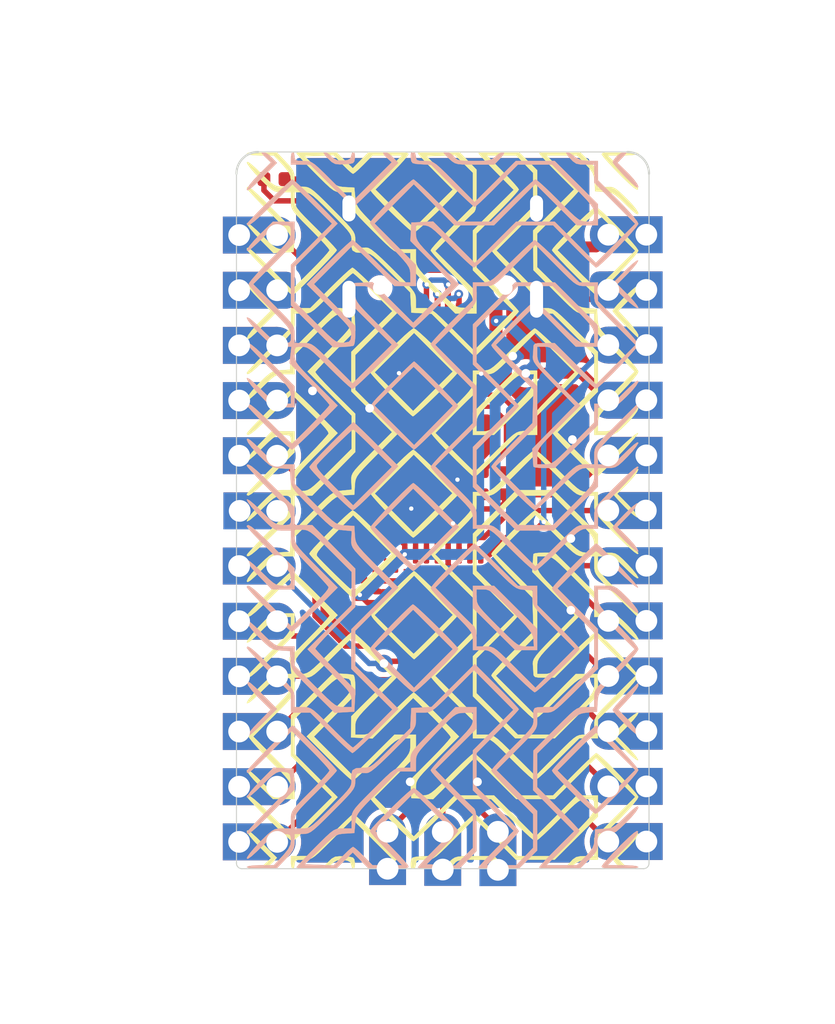
<source format=kicad_pcb>
(kicad_pcb (version 20171130) (host pcbnew 5.1.9+dfsg1-1)
  (layers (0 F.Cu signal) (31 B.Cu signal) (34 B.Paste user) (35 F.Paste user) (36 B.SilkS user hide) (37 F.SilkS user hide) (38 B.Mask user) (39 F.Mask user) (44 Edge.Cuts user))
  (net 0 "")
  (net 1 GND)
  (net 2 VBUS)
  (net 3 "Net-(C2-Pad1)")
  (net 4 "Net-(R1-Pad2)")
  (net 5 "Net-(R2-Pad2)")
  (net 6 USB_D+)
  (net 7 "Net-(R3-Pad1)")
  (net 8 USB_D-)
  (net 9 "Net-(R4-Pad1)")
  (net 10 PC4)
  (net 11 PC5)
  (net 12 PC6)
  (net 13 PC7)
  (net 14 PB7)
  (net 15 PB6)
  (net 16 PB5)
  (net 17 PB4)
  (net 18 PB0)
  (net 19 PD7)
  (net 20 PD6)
  (net 21 PD5)
  (net 22 PD4)
  (net 23 PD3)
  (net 24 PD2)
  (net 25 PD1)
  (net 26 PD0)
  (net 27 PC2)
  (net 28 XTAL1)
  (net 29 PC1)
  (net 30 PB3)
  (net 31 PB2)
  (net 32 PB1)
  (net 33 "Net-(D1-Pad2)")
  (net 34 XTAL2)
  (net 35 "Net-(USB1-Pad3)")
  (net 36 "Net-(USB1-Pad9)")
  (module kikit:Tab (layer F.Cu) (at 137.45 60.7 270)
    (fp_text reference REF** hide)
    (fp_text value Tab)
  )
  (module kikit:Tab (layer F.Cu) (at 126.7 60.7 270)
    (fp_text reference REF** hide)
    (fp_text value Tab)
  )
  (module kikit:Tab (layer F.Cu) (at 137.45 94.25 90)
    (fp_text reference REF** hide)
    (fp_text value Tab)
  )
  (module kikit:Tab (layer F.Cu) (at 126.7 94.25 90)
    (fp_text reference REF** hide)
    (fp_text value Tab)
  )
  (module customheaders:PinHeader_1x12_P2.54mm_Vertical_modified_right (layer F.Cu) (at 124.375 64.825)
    (fp_text reference J1)
    (fp_text value Conn_01x12)
    (pad 12 thru_hole rect (at -1.7526 27.94) (size 2.5 1.7) (drill 1 (offset 0.5 0)) (layers *.Cu *.Mask) (net 18 PB0))
    (pad 11 thru_hole rect (at -1.7526 25.4) (size 2.5 1.7) (drill 1 (offset 0.5 0)) (layers *.Cu *.Mask) (net 19 PD7))
    (pad 10 thru_hole rect (at -1.7526 22.86) (size 2.5 1.7) (drill 1 (offset 0.5 0)) (layers *.Cu *.Mask) (net 20 PD6))
    (pad 9 thru_hole rect (at -1.7526 20.32) (size 2.5 1.7) (drill 1 (offset 0.5 0)) (layers *.Cu *.Mask) (net 21 PD5))
    (pad 8 thru_hole rect (at -1.7526 17.78) (size 2.5 1.7) (drill 1 (offset 0.5 0)) (layers *.Cu *.Mask) (net 22 PD4))
    (pad 7 thru_hole rect (at -1.7526 15.24) (size 2.5 1.7) (drill 1 (offset 0.5 0)) (layers *.Cu *.Mask) (net 23 PD3))
    (pad 6 thru_hole rect (at -1.7272 12.7) (size 2.5 1.7) (drill 1 (offset 0.5 0)) (layers *.Cu *.Mask) (net 24 PD2))
    (pad 5 thru_hole rect (at -1.75 10.16) (size 2.5 1.7) (drill 1 (offset 0.5 0)) (layers *.Cu *.Mask) (net 25 PD1))
    (pad 4 thru_hole rect (at -1.75 7.62) (size 2.5 1.7) (drill 1 (offset 0.5 0)) (layers *.Cu *.Mask) (net 1 GND))
    (pad 3 thru_hole rect (at -1.75 5.08) (size 2.5 1.7) (drill 1 (offset 0.5 0)) (layers *.Cu *.Mask) (net 1 GND))
    (pad 2 thru_hole rect (at -1.75 2.54) (size 2.5 1.7) (drill 1 (offset 0.5 0)) (layers *.Cu *.Mask) (net 26 PD0))
    (pad 1 thru_hole rect (at -1.75 0) (size 2.5 1.7) (drill 1 (offset 0.5 0)) (layers *.Cu *.Mask) (net 27 PC2))
    (pad 1 thru_hole oval (at 0 0) (size 1.7 1.7) (drill 1) (layers *.Cu *.Mask) (net 27 PC2))
    (pad 2 thru_hole roundrect (at 0 2.54) (size 1.7 1.7) (drill 1) (layers *.Cu *.Mask) (net 26 PD0))
    (pad 3 thru_hole oval (at 0 5.08) (size 1.7 1.7) (drill 1) (layers *.Cu *.Mask) (net 1 GND))
    (pad 4 thru_hole oval (at 0 7.62) (size 1.7 1.7) (drill 1) (layers *.Cu *.Mask) (net 1 GND))
    (pad 5 thru_hole oval (at 0 10.16) (size 1.7 1.7) (drill 1) (layers *.Cu *.Mask) (net 25 PD1))
    (pad 6 thru_hole oval (at 0 12.7) (size 1.7 1.7) (drill 1) (layers *.Cu *.Mask) (net 24 PD2))
    (pad 7 thru_hole oval (at 0 15.24) (size 1.7 1.7) (drill 1) (layers *.Cu *.Mask) (net 23 PD3))
    (pad 8 thru_hole oval (at 0 17.78) (size 1.7 1.7) (drill 1) (layers *.Cu *.Mask) (net 22 PD4))
    (pad 9 thru_hole oval (at 0 20.32) (size 1.7 1.7) (drill 1) (layers *.Cu *.Mask) (net 21 PD5))
    (pad 10 thru_hole oval (at 0 22.86) (size 1.7 1.7) (drill 1) (layers *.Cu *.Mask) (net 20 PD6))
    (pad 11 thru_hole oval (at 0 25.4) (size 1.7 1.7) (drill 1) (layers *.Cu *.Mask) (net 19 PD7))
    (pad 12 thru_hole oval (at 0 27.94) (size 1.7 1.7) (drill 1) (layers *.Cu *.Mask) (net 18 PB0))
  )
  (module customheaders:PinHeader_1x12_P2.54mm_Vertical_modified_right (layer B.Cu) (at 139.625 64.81 180)
    (fp_text reference J2)
    (fp_text value Conn_01x12)
    (pad 12 thru_hole rect (at -1.7526 -27.94 180) (size 2.5 1.7) (drill 1 (offset 0.5 0)) (layers *.Cu *.Mask) (net 17 PB4))
    (pad 11 thru_hole rect (at -1.7526 -25.4 180) (size 2.5 1.7) (drill 1 (offset 0.5 0)) (layers *.Cu *.Mask) (net 16 PB5))
    (pad 10 thru_hole rect (at -1.7526 -22.86 180) (size 2.5 1.7) (drill 1 (offset 0.5 0)) (layers *.Cu *.Mask) (net 15 PB6))
    (pad 9 thru_hole rect (at -1.7526 -20.32 180) (size 2.5 1.7) (drill 1 (offset 0.5 0)) (layers *.Cu *.Mask) (net 14 PB7))
    (pad 8 thru_hole rect (at -1.7526 -17.78 180) (size 2.5 1.7) (drill 1 (offset 0.5 0)) (layers *.Cu *.Mask) (net 13 PC7))
    (pad 7 thru_hole rect (at -1.7526 -15.24 180) (size 2.5 1.7) (drill 1 (offset 0.5 0)) (layers *.Cu *.Mask) (net 12 PC6))
    (pad 6 thru_hole rect (at -1.7272 -12.7 180) (size 2.5 1.7) (drill 1 (offset 0.5 0)) (layers *.Cu *.Mask) (net 11 PC5))
    (pad 5 thru_hole rect (at -1.75 -10.16 180) (size 2.5 1.7) (drill 1 (offset 0.5 0)) (layers *.Cu *.Mask) (net 10 PC4))
    (pad 4 thru_hole rect (at -1.75 -7.62 180) (size 2.5 1.7) (drill 1 (offset 0.5 0)) (layers *.Cu *.Mask) (net 2 VBUS))
    (pad 3 thru_hole rect (at -1.75 -5.08 180) (size 2.5 1.7) (drill 1 (offset 0.5 0)) (layers *.Cu *.Mask) (net 29 PC1))
    (pad 2 thru_hole rect (at -1.75 -2.54 180) (size 2.5 1.7) (drill 1 (offset 0.5 0)) (layers *.Cu *.Mask) (net 1 GND))
    (pad 1 thru_hole rect (at -1.75 0 180) (size 2.5 1.7) (drill 1 (offset 0.5 0)) (layers *.Cu *.Mask) (net 2 VBUS))
    (pad 1 thru_hole oval (at 0 0 180) (size 1.7 1.7) (drill 1) (layers *.Cu *.Mask) (net 2 VBUS))
    (pad 2 thru_hole roundrect (at 0 -2.54 180) (size 1.7 1.7) (drill 1) (layers *.Cu *.Mask) (net 1 GND))
    (pad 3 thru_hole oval (at 0 -5.08 180) (size 1.7 1.7) (drill 1) (layers *.Cu *.Mask) (net 29 PC1))
    (pad 4 thru_hole oval (at 0 -7.62 180) (size 1.7 1.7) (drill 1) (layers *.Cu *.Mask) (net 2 VBUS))
    (pad 5 thru_hole oval (at 0 -10.16 180) (size 1.7 1.7) (drill 1) (layers *.Cu *.Mask) (net 10 PC4))
    (pad 6 thru_hole oval (at 0 -12.7 180) (size 1.7 1.7) (drill 1) (layers *.Cu *.Mask) (net 11 PC5))
    (pad 7 thru_hole oval (at 0 -15.24 180) (size 1.7 1.7) (drill 1) (layers *.Cu *.Mask) (net 12 PC6))
    (pad 8 thru_hole oval (at 0 -17.78 180) (size 1.7 1.7) (drill 1) (layers *.Cu *.Mask) (net 13 PC7))
    (pad 9 thru_hole oval (at 0 -20.32 180) (size 1.7 1.7) (drill 1) (layers *.Cu *.Mask) (net 14 PB7))
    (pad 10 thru_hole oval (at 0 -22.86 180) (size 1.7 1.7) (drill 1) (layers *.Cu *.Mask) (net 15 PB6))
    (pad 11 thru_hole oval (at 0 -25.4 180) (size 1.7 1.7) (drill 1) (layers *.Cu *.Mask) (net 16 PB5))
    (pad 12 thru_hole oval (at 0 -27.94 180) (size 1.7 1.7) (drill 1) (layers *.Cu *.Mask) (net 17 PB4))
  )
  (module Connector_PinHeader_2.54mm:PinHeader_1x03_P2.54mm_Vertical (layer F.Cu) (at 129.46 92.3 90)
    (fp_text reference J3)
    (fp_text value Conn_01x03)
    (pad 3 thru_hole oval (at 0 5.08 90) (size 1.7 1.7) (drill 1) (layers *.Cu *.Mask) (net 30 PB3))
    (pad 2 thru_hole oval (at 0 2.54 90) (size 1.7 1.7) (drill 1) (layers *.Cu *.Mask) (net 31 PB2))
    (pad 1 thru_hole circle (at 0 0 90) (size 1.7 1.7) (drill 1) (layers *.Cu *.Mask) (net 32 PB1))
    (pad 1 thru_hole rect (at -1.7018 0 90) (size 2.5 1.7) (drill 1 (offset 0.5 0)) (layers *.Cu *.Mask) (net 32 PB1))
    (pad 2 thru_hole rect (at -1.7399 2.54 90) (size 2.5 1.7) (drill 1 (offset 0.5 0)) (layers *.Cu *.Mask) (net 31 PB2))
    (pad 3 thru_hole rect (at -1.7526 5.08 90) (size 2.5 1.7) (drill 1 (offset 0.5 0)) (layers *.Cu *.Mask) (net 30 PB3))
  )
  (module Graphic:Geopattern (layer B.Cu) (at 131.95 77.5)
    (fp_text reference G*** hide)
    (fp_text value LOGO hide)
  )
  (module Graphic:Geopattern (layer F.Cu) (at 131.95 77.5)
    (fp_text reference G*** hide)
    (fp_text value LOGO hide)
  )
  (module Crystal:Crystal_SMD_3225-4Pin_3.2x2.5mm (layer F.Cu) (at 129.731 73.6492 180)
    (fp_text reference Y1)
    (fp_text value 8MHz)
    (pad 4 smd rect (at -1.1 -0.85 180) (size 1.4 1.2) (layers F.Cu F.Paste F.Mask) (net 1 GND))
    (pad 3 smd rect (at 1.1 -0.85 180) (size 1.4 1.2) (layers F.Cu F.Paste F.Mask) (net 34 XTAL2))
    (pad 2 smd rect (at 1.1 0.85 180) (size 1.4 1.2) (layers F.Cu F.Paste F.Mask) (net 1 GND))
    (pad 1 smd rect (at -1.1 0.85 180) (size 1.4 1.2) (layers F.Cu F.Paste F.Mask) (net 28 XTAL1))
  )
  (module Capacitor_SMD:C_0402_1005Metric (layer F.Cu) (at 129.0986 76.0622 180)
    (fp_text reference C6)
    (fp_text value "0402 22pf")
    (pad 2 smd roundrect (at 0.48 0 180) (size 0.56 0.62) (layers F.Cu F.Paste F.Mask) (net 34 XTAL2))
    (pad 1 smd roundrect (at -0.48 0 180) (size 0.56 0.62) (layers F.Cu F.Paste F.Mask) (net 1 GND))
  )
  (module Capacitor_SMD:C_0402_1005Metric (layer F.Cu) (at 132.1948 76.0876 180)
    (fp_text reference C1)
    (fp_text value "0402 22pf")
    (pad 2 smd roundrect (at 0.48 0 180) (size 0.56 0.62) (layers F.Cu F.Paste F.Mask) (net 28 XTAL1))
    (pad 1 smd roundrect (at -0.48 0 180) (size 0.56 0.62) (layers F.Cu F.Paste F.Mask) (net 1 GND))
  )
  (module Resistor_SMD:R_0402_1005Metric (layer F.Cu) (at 126.25 62.25)
    (fp_text reference R5)
    (fp_text value "2.2K 0402")
    (pad 2 smd roundrect (at 0.51 0) (size 0.54 0.64) (layers F.Cu F.Paste F.Mask) (net 2 VBUS))
    (pad 1 smd roundrect (at -0.51 0) (size 0.54 0.64) (layers F.Cu F.Paste F.Mask) (net 33 "Net-(D1-Pad2)"))
  )
  (module LED_SMD:LED_0402_1005Metric (layer F.Cu) (at 124.25 62.25)
    (fp_text reference D1)
    (fp_text value "0402 LED")
    (pad 2 smd roundrect (at 0.485 0) (size 0.59 0.64) (layers F.Cu F.Paste F.Mask) (net 33 "Net-(D1-Pad2)"))
    (pad 1 smd roundrect (at -0.485 0) (size 0.59 0.64) (layers F.Cu F.Paste F.Mask) (net 1 GND))
  )
  (module Capacitor_SMD:C_0402_1005Metric (layer F.Cu) (at 128.1816 80.9136 90)
    (fp_text reference C5)
    (fp_text value "10uF 0402")
    (pad 2 smd roundrect (at 0.48 0 90) (size 0.56 0.62) (layers F.Cu F.Paste F.Mask) (net 1 GND))
    (pad 1 smd roundrect (at -0.48 0 90) (size 0.56 0.62) (layers F.Cu F.Paste F.Mask) (net 2 VBUS))
  )
  (module Capacitor_SMD:C_0402_1005Metric (layer F.Cu) (at 129.55 77.9 90)
    (fp_text reference C4)
    (fp_text value "10uF 0402")
    (pad 2 smd roundrect (at 0.48 0 90) (size 0.56 0.62) (layers F.Cu F.Paste F.Mask) (net 1 GND))
    (pad 1 smd roundrect (at -0.48 0 90) (size 0.56 0.62) (layers F.Cu F.Paste F.Mask) (net 2 VBUS))
  )
  (module Capacitor_SMD:C_0402_1005Metric (layer F.Cu) (at 130.55 77.9 90)
    (fp_text reference C3)
    (fp_text value "10uF 0402")
    (pad 2 smd roundrect (at 0.48 0 90) (size 0.56 0.62) (layers F.Cu F.Paste F.Mask) (net 1 GND))
    (pad 1 smd roundrect (at -0.48 0 90) (size 0.56 0.62) (layers F.Cu F.Paste F.Mask) (net 2 VBUS))
  )
  (module Type-C:HRO-TYPE-C-31-M-12-Assembly (layer F.Cu) (at 132 61 180)
    (fp_text reference USB1)
    (fp_text value HRO-TYPE-C-31-M-12)
    (pad 12 smd rect (at 3.225 -7.695 180) (size 0.6 1.45) (layers F.Cu F.Paste F.Mask) (net 1 GND))
    (pad 1 smd rect (at -3.225 -7.695 180) (size 0.6 1.45) (layers F.Cu F.Paste F.Mask) (net 1 GND))
    (pad 11 smd rect (at 2.45 -7.695 180) (size 0.6 1.45) (layers F.Cu F.Paste F.Mask) (net 2 VBUS))
    (pad 2 smd rect (at -2.45 -7.695 180) (size 0.6 1.45) (layers F.Cu F.Paste F.Mask) (net 2 VBUS))
    (pad 3 smd rect (at -1.75 -7.695 180) (size 0.3 1.45) (layers F.Cu F.Paste F.Mask) (net 35 "Net-(USB1-Pad3)"))
    (pad 10 smd rect (at 1.75 -7.695 180) (size 0.3 1.45) (layers F.Cu F.Paste F.Mask) (net 5 "Net-(R2-Pad2)"))
    (pad 4 smd rect (at -1.25 -7.695 180) (size 0.3 1.45) (layers F.Cu F.Paste F.Mask) (net 4 "Net-(R1-Pad2)"))
    (pad 9 smd rect (at 1.25 -7.695 180) (size 0.3 1.45) (layers F.Cu F.Paste F.Mask) (net 36 "Net-(USB1-Pad9)"))
    (pad 5 smd rect (at -0.75 -7.695 180) (size 0.3 1.45) (layers F.Cu F.Paste F.Mask) (net 8 USB_D-))
    (pad 8 smd rect (at 0.75 -7.695 180) (size 0.3 1.45) (layers F.Cu F.Paste F.Mask) (net 6 USB_D+))
    (pad 7 smd rect (at 0.25 -7.695 180) (size 0.3 1.45) (layers F.Cu F.Paste F.Mask) (net 8 USB_D-))
    (pad 6 smd rect (at -0.25 -7.695 180) (size 0.3 1.45) (layers F.Cu F.Paste F.Mask) (net 6 USB_D+))
    (pad "" np_thru_hole circle (at 2.89 -6.25 180) (size 0.65 0.65) (drill 0.65) (layers *.Cu *.Mask))
    (pad "" np_thru_hole circle (at -2.89 -6.25 180) (size 0.65 0.65) (drill 0.65) (layers *.Cu *.Mask))
    (pad 13 thru_hole oval (at -4.32 -6.78 180) (size 1 2.1) (drill oval 0.6 1.7) (layers *.Cu *.Mask) (net 1 GND))
    (pad 13 thru_hole oval (at 4.32 -6.78 180) (size 1 2.1) (drill oval 0.6 1.7) (layers *.Cu *.Mask) (net 1 GND))
    (pad 13 thru_hole oval (at -4.32 -2.6 180) (size 1 1.6) (drill oval 0.6 1.2) (layers *.Cu *.Mask) (net 1 GND))
    (pad 13 thru_hole oval (at 4.32 -2.6 180) (size 1 1.6) (drill oval 0.6 1.2) (layers *.Cu *.Mask) (net 1 GND))
  )
  (module Resistor_SMD:R_0402_1005Metric (layer F.Cu) (at 133.8 76.25 90)
    (fp_text reference R4)
    (fp_text value "22ohm 0402")
    (pad 2 smd roundrect (at 0.51 0 90) (size 0.54 0.64) (layers F.Cu F.Paste F.Mask) (net 8 USB_D-))
    (pad 1 smd roundrect (at -0.51 0 90) (size 0.54 0.64) (layers F.Cu F.Paste F.Mask) (net 9 "Net-(R4-Pad1)"))
  )
  (module Resistor_SMD:R_0402_1005Metric (layer F.Cu) (at 134.85 76.25 90)
    (fp_text reference R3)
    (fp_text value "22ohm 0402")
    (pad 2 smd roundrect (at 0.51 0 90) (size 0.54 0.64) (layers F.Cu F.Paste F.Mask) (net 6 USB_D+))
    (pad 1 smd roundrect (at -0.51 0 90) (size 0.54 0.64) (layers F.Cu F.Paste F.Mask) (net 7 "Net-(R3-Pad1)"))
  )
  (module Resistor_SMD:R_0402_1005Metric (layer F.Cu) (at 130 70.71 90)
    (fp_text reference R2)
    (fp_text value "5.1K 0402")
    (pad 2 smd roundrect (at 0.51 0 90) (size 0.54 0.64) (layers F.Cu F.Paste F.Mask) (net 5 "Net-(R2-Pad2)"))
    (pad 1 smd roundrect (at -0.51 0 90) (size 0.54 0.64) (layers F.Cu F.Paste F.Mask) (net 1 GND))
  )
  (module Resistor_SMD:R_0402_1005Metric (layer F.Cu) (at 133.75 70.7 90)
    (fp_text reference R1)
    (fp_text value "5.1K 0402")
    (pad 2 smd roundrect (at 0.51 0 90) (size 0.54 0.64) (layers F.Cu F.Paste F.Mask) (net 4 "Net-(R1-Pad2)"))
    (pad 1 smd roundrect (at -0.51 0 90) (size 0.54 0.64) (layers F.Cu F.Paste F.Mask) (net 1 GND))
  )
  (module Capacitor_SMD:C_0402_1005Metric (layer F.Cu) (at 132.95 78.1 180)
    (fp_text reference C2)
    (fp_text value "1uF 0402")
    (pad 2 smd roundrect (at 0.48 0 180) (size 0.56 0.62) (layers F.Cu F.Paste F.Mask) (net 1 GND))
    (pad 1 smd roundrect (at -0.48 0 180) (size 0.56 0.62) (layers F.Cu F.Paste F.Mask) (net 3 "Net-(C2-Pad1)"))
  )
  (module Package_DFN_QFN:QFN-32-1EP_5x5mm_P0.5mm_EP3.6x3.6mm (layer F.Cu) (at 132 82)
    (fp_text reference U1)
    (fp_text value AT90USB162-16MU)
    (pad 33 smd rect (at 0 0) (size 3.6 3.6) (layers F.Cu F.Mask) (net 1 GND))
    (pad 32 smd roundrect (at -1.75 -2.45) (size 0.25 0.8) (layers F.Cu F.Paste F.Mask) (net 2 VBUS))
    (pad 31 smd roundrect (at -1.25 -2.45) (size 0.25 0.8) (layers F.Cu F.Paste F.Mask) (net 2 VBUS))
    (pad 30 smd roundrect (at -0.75 -2.45) (size 0.25 0.8) (layers F.Cu F.Paste F.Mask) (net 9 "Net-(R4-Pad1)"))
    (pad 29 smd roundrect (at -0.25 -2.45) (size 0.25 0.8) (layers F.Cu F.Paste F.Mask) (net 7 "Net-(R3-Pad1)"))
    (pad 28 smd roundrect (at 0.25 -2.45) (size 0.25 0.8) (layers F.Cu F.Paste F.Mask) (net 1 GND))
    (pad 27 smd roundrect (at 0.75 -2.45) (size 0.25 0.8) (layers F.Cu F.Paste F.Mask) (net 3 "Net-(C2-Pad1)"))
    (pad 26 smd roundrect (at 1.25 -2.45) (size 0.25 0.8) (layers F.Cu F.Paste F.Mask) (net 10 PC4))
    (pad 25 smd roundrect (at 1.75 -2.45) (size 0.25 0.8) (layers F.Cu F.Paste F.Mask) (net 11 PC5))
    (pad 24 smd roundrect (at 2.45 -1.75) (size 0.8 0.25) (layers F.Cu F.Paste F.Mask) (net 29 PC1))
    (pad 23 smd roundrect (at 2.45 -1.25) (size 0.8 0.25) (layers F.Cu F.Paste F.Mask) (net 12 PC6))
    (pad 22 smd roundrect (at 2.45 -0.75) (size 0.8 0.25) (layers F.Cu F.Paste F.Mask) (net 13 PC7))
    (pad 21 smd roundrect (at 2.45 -0.25) (size 0.8 0.25) (layers F.Cu F.Paste F.Mask) (net 14 PB7))
    (pad 20 smd roundrect (at 2.45 0.25) (size 0.8 0.25) (layers F.Cu F.Paste F.Mask) (net 15 PB6))
    (pad 19 smd roundrect (at 2.45 0.75) (size 0.8 0.25) (layers F.Cu F.Paste F.Mask) (net 16 PB5))
    (pad 18 smd roundrect (at 2.45 1.25) (size 0.8 0.25) (layers F.Cu F.Paste F.Mask) (net 17 PB4))
    (pad 17 smd roundrect (at 2.45 1.75) (size 0.8 0.25) (layers F.Cu F.Paste F.Mask) (net 30 PB3))
    (pad 16 smd roundrect (at 1.75 2.45) (size 0.25 0.8) (layers F.Cu F.Paste F.Mask) (net 31 PB2))
    (pad 15 smd roundrect (at 1.25 2.45) (size 0.25 0.8) (layers F.Cu F.Paste F.Mask) (net 32 PB1))
    (pad 14 smd roundrect (at 0.75 2.45) (size 0.25 0.8) (layers F.Cu F.Paste F.Mask) (net 18 PB0))
    (pad 13 smd roundrect (at 0.25 2.45) (size 0.25 0.8) (layers F.Cu F.Paste F.Mask) (net 19 PD7))
    (pad 12 smd roundrect (at -0.25 2.45) (size 0.25 0.8) (layers F.Cu F.Paste F.Mask) (net 20 PD6))
    (pad 11 smd roundrect (at -0.75 2.45) (size 0.25 0.8) (layers F.Cu F.Paste F.Mask) (net 21 PD5))
    (pad 10 smd roundrect (at -1.25 2.45) (size 0.25 0.8) (layers F.Cu F.Paste F.Mask) (net 22 PD4))
    (pad 9 smd roundrect (at -1.75 2.45) (size 0.25 0.8) (layers F.Cu F.Paste F.Mask) (net 23 PD3))
    (pad 8 smd roundrect (at -2.45 1.75) (size 0.8 0.25) (layers F.Cu F.Paste F.Mask) (net 24 PD2))
    (pad 7 smd roundrect (at -2.45 1.25) (size 0.8 0.25) (layers F.Cu F.Paste F.Mask) (net 25 PD1))
    (pad 6 smd roundrect (at -2.45 0.75) (size 0.8 0.25) (layers F.Cu F.Paste F.Mask) (net 26 PD0))
    (pad 5 smd roundrect (at -2.45 0.25) (size 0.8 0.25) (layers F.Cu F.Paste F.Mask) (net 27 PC2))
    (pad 4 smd roundrect (at -2.45 -0.25) (size 0.8 0.25) (layers F.Cu F.Paste F.Mask) (net 2 VBUS))
    (pad 3 smd roundrect (at -2.45 -0.75) (size 0.8 0.25) (layers F.Cu F.Paste F.Mask) (net 1 GND))
    (pad 2 smd roundrect (at -2.45 -1.25) (size 0.8 0.25) (layers F.Cu F.Paste F.Mask) (net 34 XTAL2))
    (pad 1 smd roundrect (at -2.45 -1.75) (size 0.8 0.25) (layers F.Cu F.Paste F.Mask) (net 28 XTAL1))
  )
  (gr_arc (start 122.75 93.75) (end 122.5 93.75) (angle -90) (layer Edge.Cuts) (width 0.05))
  (gr_arc (start 141.25 93.75) (end 141.25 94) (angle -90) (layer Edge.Cuts) (width 0.05))
  (gr_arc (start 140.5 62) (end 141.5 62) (angle -90) (layer Edge.Cuts) (width 0.1))
  (gr_arc (start 123.5 62) (end 123.5 61) (angle -90) (layer Edge.Cuts) (width 0.1))
  (gr_line (start 122.5 62) (end 122.5 93.75) (layer Edge.Cuts) (width 0.05))
  (gr_line (start 140.5 61) (end 123.5 61) (layer Edge.Cuts) (width 0.05))
  (gr_line (start 141.5 93.75) (end 141.5 62) (layer Edge.Cuts) (width 0.05))
  (gr_line (start 122.75 94) (end 141.25 94) (layer Edge.Cuts) (width 0.05))
  (via (at 129.985 71.1854) (size 0.4) (drill 0.2) (layers F.Cu B.Cu) (net 1))
  (via (at 133.7696 71.2108) (size 0.4) (drill 0.2) (layers F.Cu B.Cu) (net 1))
  (via (at 132.6774 76.0876) (size 0.4) (drill 0.2) (layers F.Cu B.Cu) (net 1))
  (segment (start 131.25 81.25) (end 129.55 81.25) (width 0.25) (layer F.Cu) (net 1))
  (segment (start 132 82) (end 131.25 81.25) (width 0.25) (layer F.Cu) (net 1))
  (segment (start 132.25 81.75) (end 132 82) (width 0.25) (layer F.Cu) (net 1))
  (segment (start 132.25 79.55) (end 132.25 81.75) (width 0.25) (layer F.Cu) (net 1))
  (segment (start 130.55 77.42) (end 130.55 77.42) (width 0.25) (layer F.Cu) (net 1))
  (segment (start 130.55 77.42) (end 130.55 77.42) (width 0.25) (layer F.Cu) (net 1))
  (via (at 130.5 90) (size 0.8) (drill 0.4) (layers F.Cu B.Cu) (net 1))
  (via (at 133.6 90) (size 0.8) (drill 0.4) (layers F.Cu B.Cu) (net 1))
  (via (at 137.9 78.8) (size 0.8) (drill 0.4) (layers F.Cu B.Cu) (net 1))
  (via (at 137.9 82.1) (size 0.8) (drill 0.4) (layers F.Cu B.Cu) (net 1))
  (segment (start 135.225 68.695) (end 135.225 70.4) (width 0.6) (layer F.Cu) (net 1))
  (segment (start 135.225 70.4) (end 135.225 70.4) (width 0.5) (layer F.Cu) (net 1))
  (via (at 135.225 70.4) (size 0.8) (drill 0.4) (layers F.Cu B.Cu) (net 1))
  (via (at 137.97 74.24) (size 0.8) (drill 0.4) (layers F.Cu B.Cu) (net 1))
  (segment (start 130.55 77.42) (end 129.55 77.42) (width 0.25) (layer F.Cu) (net 1))
  (via (at 130.55 77.42) (size 0.4) (drill 0.2) (layers F.Cu B.Cu) (net 1))
  (segment (start 128.998 81.25) (end 128.1816 80.4336) (width 0.15) (layer F.Cu) (net 1))
  (segment (start 129.55 81.25) (end 128.998 81.25) (width 0.15) (layer F.Cu) (net 1))
  (via (at 132.47 78.100056) (size 0.4) (drill 0.2) (layers F.Cu B.Cu) (net 1))
  (segment (start 132.25 79.55) (end 132.25 78.320056) (width 0.25) (layer F.Cu) (net 1))
  (segment (start 132.25 78.320056) (end 132.47 78.100056) (width 0.25) (layer F.Cu) (net 1))
  (via (at 128.631 72.799266) (size 0.8) (drill 0.4) (layers F.Cu B.Cu) (net 1))
  (segment (start 128.775 68.695) (end 128.775 72.655266) (width 0.6) (layer F.Cu) (net 1))
  (segment (start 128.775 72.655266) (end 128.631 72.799266) (width 0.6) (layer F.Cu) (net 1))
  (segment (start 127.33 63.25) (end 127.68 63.6) (width 0.25) (layer F.Cu) (net 1))
  (segment (start 124.25 63.25) (end 127.33 63.25) (width 0.25) (layer F.Cu) (net 1))
  (segment (start 123.765 62.765) (end 124.25 63.25) (width 0.25) (layer F.Cu) (net 1))
  (segment (start 123.765 62.25) (end 123.765 62.765) (width 0.25) (layer F.Cu) (net 1))
  (via (at 126 72) (size 0.8) (drill 0.4) (layers F.Cu B.Cu) (net 1))
  (segment (start 125.555 72.445) (end 124.375 72.445) (width 0.25) (layer F.Cu) (net 1))
  (segment (start 126 72) (end 125.555 72.445) (width 0.25) (layer F.Cu) (net 1))
  (segment (start 126 70.5) (end 126 72) (width 0.25) (layer F.Cu) (net 1))
  (segment (start 125.405 69.905) (end 126 70.5) (width 0.25) (layer F.Cu) (net 1))
  (segment (start 124.375 69.905) (end 125.405 69.905) (width 0.25) (layer F.Cu) (net 1))
  (segment (start 139.195 67.78) (end 139.625 67.35) (width 0.25) (layer F.Cu) (net 1))
  (segment (start 136.32 67.78) (end 139.195 67.78) (width 0.25) (layer F.Cu) (net 1))
  (segment (start 124.375 72.445) (end 122.77701 72.445) (width 0.25) (layer F.Cu) (net 1))
  (segment (start 124.375 69.905) (end 122.77701 69.905) (width 0.25) (layer F.Cu) (net 1))
  (via (at 134.46 68.78) (size 0.4) (drill 0.2) (layers F.Cu B.Cu) (net 2))
  (segment (start 130.25 79.08) (end 129.55 78.38) (width 0.25) (layer F.Cu) (net 2))
  (segment (start 130.25 79.55) (end 130.25 79.53) (width 0.25) (layer F.Cu) (net 2))
  (segment (start 130.75 78.58) (end 130.55 78.38) (width 0.25) (layer F.Cu) (net 2))
  (segment (start 130.75 79.55) (end 130.75 78.58) (width 0.25) (layer F.Cu) (net 2))
  (segment (start 130.25 79.55) (end 130.75 79.55) (width 0.25) (layer F.Cu) (net 2))
  (segment (start 130.25 79.53) (end 130.25 79.08) (width 0.25) (layer F.Cu) (net 2))
  (via (at 130.25 79.53) (size 0.4) (drill 0.2) (layers F.Cu B.Cu) (net 2))
  (segment (start 134.45 67.934998) (end 134.45 68.695) (width 0.25) (layer F.Cu) (net 2))
  (segment (start 131.044998 66.44) (end 132.955002 66.44) (width 0.25) (layer F.Cu) (net 2))
  (segment (start 129.55 67.934998) (end 131.044998 66.44) (width 0.25) (layer F.Cu) (net 2))
  (segment (start 129.55 68.695) (end 129.55 67.934998) (width 0.25) (layer F.Cu) (net 2))
  (via (at 135.83 71.19) (size 0.8) (drill 0.4) (layers F.Cu B.Cu) (net 2))
  (segment (start 132.955002 66.44) (end 133.592501 67.077499) (width 0.25) (layer F.Cu) (net 2))
  (segment (start 133.592501 67.077499) (end 134.45 67.934998) (width 0.25) (layer F.Cu) (net 2))
  (segment (start 138.38 71.19) (end 139.62 72.43) (width 0.5) (layer F.Cu) (net 2))
  (segment (start 135.83 71.19) (end 138.38 71.19) (width 0.5) (layer F.Cu) (net 2))
  (segment (start 139.06 65.37) (end 139.62 64.81) (width 0.5) (layer F.Cu) (net 2))
  (segment (start 135.28 65.37) (end 139.06 65.37) (width 0.5) (layer F.Cu) (net 2))
  (segment (start 133.592501 67.057499) (end 135.28 65.37) (width 0.5) (layer F.Cu) (net 2))
  (segment (start 133.592501 67.077499) (end 133.592501 67.057499) (width 0.5) (layer F.Cu) (net 2))
  (segment (start 131 66.395002) (end 131.044998 66.44) (width 0.25) (layer F.Cu) (net 2))
  (segment (start 131 64.25) (end 131 66.395002) (width 0.25) (layer F.Cu) (net 2))
  (segment (start 129 62.25) (end 131 64.25) (width 0.25) (layer F.Cu) (net 2))
  (segment (start 126.76 62.25) (end 129 62.25) (width 0.25) (layer F.Cu) (net 2))
  (segment (start 136.25 70.77) (end 135.83 71.19) (width 0.5) (layer B.Cu) (net 2))
  (segment (start 136.25 70.15) (end 136.25 70.77) (width 0.5) (layer B.Cu) (net 2))
  (segment (start 134.88 68.78) (end 136.25 70.15) (width 0.5) (layer B.Cu) (net 2))
  (segment (start 134.46 68.78) (end 134.88 68.78) (width 0.5) (layer B.Cu) (net 2))
  (segment (start 133.7 79.53) (end 130.25 79.53) (width 0.5) (layer B.Cu) (net 2))
  (segment (start 134.41 78.82) (end 133.7 79.53) (width 0.5) (layer B.Cu) (net 2))
  (segment (start 134.41 72.61) (end 134.41 78.82) (width 0.5) (layer B.Cu) (net 2))
  (segment (start 135.83 71.19) (end 134.41 72.61) (width 0.5) (layer B.Cu) (net 2))
  (via (at 128.18164 81.39364) (size 0.4) (drill 0.2) (layers F.Cu B.Cu) (net 2))
  (segment (start 128.538 81.75) (end 128.18164 81.39364) (width 0.25) (layer F.Cu) (net 2))
  (segment (start 129.55 81.75) (end 128.538 81.75) (width 0.25) (layer F.Cu) (net 2))
  (segment (start 130.25 79.53) (end 128.38636 81.39364) (width 0.5) (layer B.Cu) (net 2))
  (segment (start 128.38636 81.39364) (end 128.18164 81.39364) (width 0.5) (layer B.Cu) (net 2))
  (segment (start 128.35 81.37) (end 128.32636 81.39364) (width 0.25) (layer F.Cu) (net 2))
  (segment (start 128.32636 81.39364) (end 128.18164 81.39364) (width 0.25) (layer F.Cu) (net 2))
  (segment (start 133.07501 78.562616) (end 133.07501 78.55499) (width 0.25) (layer F.Cu) (net 3))
  (segment (start 132.802616 78.83501) (end 133.07501 78.562616) (width 0.25) (layer F.Cu) (net 3))
  (segment (start 132.79499 78.83501) (end 132.802616 78.83501) (width 0.25) (layer F.Cu) (net 3))
  (segment (start 133.07501 78.55499) (end 133.43 78.2) (width 0.25) (layer F.Cu) (net 3))
  (segment (start 132.75 78.88) (end 132.79499 78.83501) (width 0.25) (layer F.Cu) (net 3))
  (segment (start 132.75 79.55) (end 132.75 78.88) (width 0.25) (layer F.Cu) (net 3))
  (segment (start 133.25 69.69) (end 133.25 68.695) (width 0.25) (layer F.Cu) (net 4))
  (segment (start 133.75 70.19) (end 133.25 69.69) (width 0.25) (layer F.Cu) (net 4))
  (segment (start 130.25 69.95) (end 130.25 68.695) (width 0.25) (layer F.Cu) (net 5))
  (segment (start 130 70.2) (end 130.25 69.95) (width 0.25) (layer F.Cu) (net 5))
  (via (at 132.25 67.0998) (size 0.4) (drill 0.2) (layers F.Cu B.Cu) (net 6))
  (via (at 131.26 67.0998) (size 0.4) (drill 0.2) (layers F.Cu B.Cu) (net 6))
  (segment (start 132.25 70.24) (end 132.25 68.695) (width 0.25) (layer F.Cu) (net 6))
  (segment (start 132.25 70.88) (end 132.25 70.24) (width 0.2) (layer F.Cu) (net 6))
  (segment (start 133.545 72.175) (end 132.25 70.88) (width 0.2) (layer F.Cu) (net 6))
  (segment (start 135.310011 75.279989) (end 135.310011 72.860011) (width 0.2) (layer F.Cu) (net 6))
  (segment (start 134.625 72.175) (end 133.545 72.175) (width 0.2) (layer F.Cu) (net 6))
  (segment (start 135.310011 72.860011) (end 134.625 72.175) (width 0.2) (layer F.Cu) (net 6))
  (segment (start 134.85 75.74) (end 135.310011 75.279989) (width 0.2) (layer F.Cu) (net 6))
  (segment (start 131.25 67.1098) (end 131.26 67.0998) (width 0.25) (layer F.Cu) (net 6))
  (segment (start 131.25 68.695) (end 131.25 67.1098) (width 0.25) (layer F.Cu) (net 6))
  (segment (start 132.25 68.695) (end 132.25 67.0998) (width 0.25) (layer F.Cu) (net 6))
  (segment (start 132.050001 66.899801) (end 132.25 67.0998) (width 0.25) (layer B.Cu) (net 6))
  (segment (start 131.459999 66.899801) (end 132.050001 66.899801) (width 0.25) (layer B.Cu) (net 6))
  (segment (start 131.26 67.0998) (end 131.459999 66.899801) (width 0.25) (layer B.Cu) (net 6))
  (segment (start 131.75 79.55) (end 131.75 77.67) (width 0.25) (layer F.Cu) (net 7))
  (segment (start 131.75 77.67) (end 131.984295 77.435705) (width 0.25) (layer F.Cu) (net 7))
  (segment (start 133.291253 77.435705) (end 133.385705 77.435705) (width 0.15) (layer F.Cu) (net 7))
  (segment (start 133.135705 77.435705) (end 133.735705 77.435705) (width 0.25) (layer F.Cu) (net 7))
  (segment (start 133.385705 77.435705) (end 133.735705 77.435705) (width 0.25) (layer F.Cu) (net 7))
  (segment (start 131.984295 77.435705) (end 133.135705 77.435705) (width 0.25) (layer F.Cu) (net 7))
  (segment (start 133.135705 77.435705) (end 133.291253 77.435705) (width 0.25) (layer F.Cu) (net 7))
  (segment (start 134.85 77.15) (end 134.85 76.76) (width 0.25) (layer F.Cu) (net 7))
  (segment (start 134.564295 77.435705) (end 134.85 77.15) (width 0.25) (layer F.Cu) (net 7))
  (segment (start 133.735705 77.435705) (end 134.564295 77.435705) (width 0.25) (layer F.Cu) (net 7))
  (via (at 132.7373 67.5416) (size 0.4) (drill 0.2) (layers F.Cu B.Cu) (net 8))
  (via (at 131.7473 67.5416) (size 0.4) (drill 0.2) (layers F.Cu B.Cu) (net 8))
  (segment (start 131.75 69.59) (end 131.75 68.695) (width 0.25) (layer F.Cu) (net 8))
  (segment (start 131.75 70.25) (end 131.75 69.59) (width 0.25) (layer F.Cu) (net 8))
  (segment (start 133.37 72.73) (end 131.75 71.11) (width 0.2) (layer F.Cu) (net 8))
  (segment (start 131.75 71.11) (end 131.75 70.25) (width 0.2) (layer F.Cu) (net 8))
  (segment (start 134.27 72.73) (end 133.37 72.73) (width 0.2) (layer F.Cu) (net 8))
  (segment (start 134.91 73.37) (end 134.27 72.73) (width 0.2) (layer F.Cu) (net 8))
  (segment (start 133.83 75.74) (end 134.91 74.66) (width 0.2) (layer F.Cu) (net 8))
  (segment (start 133.8 75.74) (end 133.83 75.74) (width 0.2) (layer F.Cu) (net 8))
  (segment (start 134.91 74.66) (end 134.91 73.37) (width 0.2) (layer F.Cu) (net 8))
  (segment (start 131.75 67.5443) (end 131.7473 67.5416) (width 0.25) (layer F.Cu) (net 8))
  (segment (start 131.75 68.695) (end 131.75 67.5443) (width 0.25) (layer F.Cu) (net 8))
  (segment (start 132.75 67.5543) (end 132.7373 67.5416) (width 0.25) (layer F.Cu) (net 8))
  (segment (start 132.75 68.695) (end 132.75 67.5543) (width 0.25) (layer F.Cu) (net 8))
  (segment (start 132.537301 67.741599) (end 132.7373 67.5416) (width 0.25) (layer B.Cu) (net 8))
  (segment (start 131.947299 67.741599) (end 132.537301 67.741599) (width 0.25) (layer B.Cu) (net 8))
  (segment (start 131.7473 67.5416) (end 131.947299 67.741599) (width 0.25) (layer B.Cu) (net 8))
  (segment (start 133.574306 76.985694) (end 133.8 76.76) (width 0.25) (layer F.Cu) (net 9))
  (segment (start 131.797895 76.985694) (end 133.574306 76.985694) (width 0.25) (layer F.Cu) (net 9))
  (segment (start 131.25 77.533589) (end 131.797895 76.985694) (width 0.25) (layer F.Cu) (net 9))
  (segment (start 131.25 79.55) (end 131.25 77.533589) (width 0.25) (layer F.Cu) (net 9))
  (segment (start 137.81 76.78) (end 139.62 74.97) (width 0.25) (layer F.Cu) (net 10))
  (segment (start 135.87 76.78) (end 137.81 76.78) (width 0.25) (layer F.Cu) (net 10))
  (segment (start 133.9 78.75) (end 135.87 76.78) (width 0.25) (layer F.Cu) (net 10))
  (segment (start 133.25 79.101978) (end 133.601978 78.75) (width 0.25) (layer F.Cu) (net 10))
  (segment (start 133.601978 78.75) (end 133.9 78.75) (width 0.25) (layer F.Cu) (net 10))
  (segment (start 133.25 79.55) (end 133.25 79.101978) (width 0.25) (layer F.Cu) (net 10))
  (segment (start 139.62 77.51) (end 139.62 76.82) (width 0.25) (layer F.Cu) (net 11))
  (segment (start 136.19 77.51) (end 139.62 77.51) (width 0.25) (layer F.Cu) (net 11))
  (segment (start 134.15 79.55) (end 136.19 77.51) (width 0.25) (layer F.Cu) (net 11))
  (segment (start 133.75 79.55) (end 134.15 79.55) (width 0.25) (layer F.Cu) (net 11))
  (segment (start 137.08 80.05) (end 139.62 80.05) (width 0.25) (layer F.Cu) (net 12))
  (segment (start 136.38 80.75) (end 137.08 80.05) (width 0.25) (layer F.Cu) (net 12))
  (segment (start 134.45 80.75) (end 136.38 80.75) (width 0.25) (layer F.Cu) (net 12))
  (segment (start 139.625 80.05) (end 141.22299 80.05) (width 0.25) (layer F.Cu) (net 12))
  (segment (start 134.45 81.25) (end 138.28 81.25) (width 0.25) (layer F.Cu) (net 13))
  (segment (start 138.28 81.25) (end 139.62 82.59) (width 0.25) (layer F.Cu) (net 13))
  (segment (start 139.625 82.59) (end 141.22299 82.59) (width 0.25) (layer F.Cu) (net 13))
  (segment (start 138.2 83.71) (end 139.62 85.13) (width 0.25) (layer F.Cu) (net 14))
  (segment (start 136.24 81.75) (end 138.2 83.71) (width 0.25) (layer F.Cu) (net 14))
  (segment (start 134.45 81.75) (end 136.24 81.75) (width 0.25) (layer F.Cu) (net 14))
  (segment (start 139.625 85.13) (end 141.22299 85.13) (width 0.25) (layer F.Cu) (net 14))
  (segment (start 137.732 85.782) (end 139.62 87.67) (width 0.25) (layer F.Cu) (net 15))
  (segment (start 136.10359 82.25) (end 137.732 83.87841) (width 0.25) (layer F.Cu) (net 15))
  (segment (start 137.732 83.87841) (end 137.732 85.782) (width 0.25) (layer F.Cu) (net 15))
  (segment (start 134.45 82.25) (end 136.10359 82.25) (width 0.25) (layer F.Cu) (net 15))
  (segment (start 139.625 87.67) (end 141.22299 87.67) (width 0.25) (layer F.Cu) (net 15))
  (segment (start 137.354989 87.944989) (end 139.62 90.21) (width 0.25) (layer F.Cu) (net 16))
  (segment (start 134.45 82.75) (end 135.86394 82.75) (width 0.25) (layer F.Cu) (net 16))
  (segment (start 135.86394 82.75) (end 137.354989 84.241049) (width 0.25) (layer F.Cu) (net 16))
  (segment (start 137.354989 84.241049) (end 137.354989 87.944989) (width 0.25) (layer F.Cu) (net 16))
  (segment (start 139.625 90.21) (end 141.22299 90.21) (width 0.25) (layer F.Cu) (net 16))
  (segment (start 136.97 90.1) (end 139.62 92.75) (width 0.25) (layer F.Cu) (net 17))
  (segment (start 136.97 84.876) (end 136.97 90.1) (width 0.25) (layer F.Cu) (net 17))
  (segment (start 135.344 83.25) (end 136.97 84.876) (width 0.25) (layer F.Cu) (net 17))
  (segment (start 134.45 83.25) (end 135.344 83.25) (width 0.25) (layer F.Cu) (net 17))
  (segment (start 139.625 92.75) (end 141.22299 92.75) (width 0.25) (layer F.Cu) (net 17))
  (segment (start 125.8 91.33) (end 124.38 92.75) (width 0.25) (layer F.Cu) (net 18))
  (segment (start 127.926391 87.300019) (end 125.8 89.42641) (width 0.25) (layer F.Cu) (net 18))
  (segment (start 131.549981 87.300019) (end 127.926391 87.300019) (width 0.25) (layer F.Cu) (net 18))
  (segment (start 132.75 86.1) (end 131.549981 87.300019) (width 0.25) (layer F.Cu) (net 18))
  (segment (start 125.8 89.42641) (end 125.8 91.33) (width 0.25) (layer F.Cu) (net 18))
  (segment (start 132.75 84.45) (end 132.75 86.1) (width 0.25) (layer F.Cu) (net 18))
  (segment (start 124.375 92.765) (end 122.77701 92.765) (width 0.25) (layer F.Cu) (net 18))
  (segment (start 124.3908 90.2208) (end 124.38 90.21) (width 0.25) (layer F.Cu) (net 19))
  (segment (start 125.8 88.79) (end 124.38 90.21) (width 0.25) (layer F.Cu) (net 19))
  (segment (start 127.73999 86.85001) (end 125.8 88.79) (width 0.25) (layer F.Cu) (net 19))
  (segment (start 131.36358 86.85001) (end 127.73999 86.85001) (width 0.25) (layer F.Cu) (net 19))
  (segment (start 132.25 85.96359) (end 131.36358 86.85001) (width 0.25) (layer F.Cu) (net 19))
  (segment (start 132.25 84.45) (end 132.25 85.96359) (width 0.25) (layer F.Cu) (net 19))
  (segment (start 124.375 90.225) (end 122.77701 90.225) (width 0.25) (layer F.Cu) (net 19))
  (segment (start 125.65 86.4) (end 124.38 87.67) (width 0.25) (layer F.Cu) (net 20))
  (segment (start 131.17718 86.4) (end 125.65 86.4) (width 0.25) (layer F.Cu) (net 20))
  (segment (start 131.70001 85.87717) (end 131.17718 86.4) (width 0.25) (layer F.Cu) (net 20))
  (segment (start 131.70001 84.64999) (end 131.70001 85.87717) (width 0.25) (layer F.Cu) (net 20))
  (segment (start 131.75 84.6) (end 131.70001 84.64999) (width 0.25) (layer F.Cu) (net 20))
  (segment (start 131.75 84.45) (end 131.75 84.6) (width 0.25) (layer F.Cu) (net 20))
  (segment (start 124.375 87.685) (end 122.77701 87.685) (width 0.25) (layer F.Cu) (net 20))
  (segment (start 124.45 85.2) (end 124.38 85.13) (width 0.25) (layer F.Cu) (net 21))
  (segment (start 127.58 85.13) (end 124.38 85.13) (width 0.25) (layer F.Cu) (net 21))
  (segment (start 130.8 85.90999) (end 128.35999 85.90999) (width 0.25) (layer F.Cu) (net 21))
  (segment (start 128.35999 85.90999) (end 127.58 85.13) (width 0.25) (layer F.Cu) (net 21))
  (segment (start 131.25 85.45999) (end 130.8 85.90999) (width 0.25) (layer F.Cu) (net 21))
  (segment (start 131.25 84.45) (end 131.25 85.45999) (width 0.25) (layer F.Cu) (net 21))
  (segment (start 124.375 85.145) (end 122.77701 85.145) (width 0.25) (layer F.Cu) (net 21))
  (segment (start 130.75 84.898022) (end 130.348022 85.3) (width 0.25) (layer F.Cu) (net 22))
  (segment (start 130.75 84.45) (end 130.75 84.898022) (width 0.25) (layer F.Cu) (net 22))
  (segment (start 130.348022 85.3) (end 128.424362 85.3) (width 0.25) (layer F.Cu) (net 22))
  (segment (start 125.077819 83.287819) (end 124.38 82.59) (width 0.25) (layer F.Cu) (net 22))
  (segment (start 126.412181 83.287819) (end 125.077819 83.287819) (width 0.25) (layer F.Cu) (net 22))
  (segment (start 128.424362 85.3) (end 126.412181 83.287819) (width 0.25) (layer F.Cu) (net 22))
  (segment (start 124.375 82.605) (end 122.77701 82.605) (width 0.25) (layer F.Cu) (net 22))
  (segment (start 130.25 84.45) (end 129.39 84.45) (width 0.25) (layer F.Cu) (net 23))
  (segment (start 129.39 84.45) (end 129.29 84.55) (width 0.25) (layer F.Cu) (net 23))
  (segment (start 129.29 84.55) (end 129.24 84.6) (width 0.25) (layer F.Cu) (net 23))
  (via (at 129.29 84.55) (size 0.8) (drill 0.4) (layers F.Cu B.Cu) (net 23))
  (segment (start 124.38 80.32) (end 124.38 80.05) (width 0.25) (layer B.Cu) (net 23))
  (segment (start 128.61 84.55) (end 124.38 80.32) (width 0.25) (layer B.Cu) (net 23))
  (segment (start 129.29 84.55) (end 128.61 84.55) (width 0.25) (layer B.Cu) (net 23))
  (segment (start 124.375 80.065) (end 122.77701 80.065) (width 0.25) (layer F.Cu) (net 23))
  (segment (start 127.510772 83.75) (end 129.55 83.75) (width 0.25) (layer F.Cu) (net 24))
  (segment (start 126.118967 82.358195) (end 127.510772 83.75) (width 0.25) (layer F.Cu) (net 24))
  (segment (start 124.38 77.51) (end 126.118967 79.248967) (width 0.25) (layer F.Cu) (net 24))
  (segment (start 126.118967 79.248967) (end 126.118967 82.358195) (width 0.25) (layer F.Cu) (net 24))
  (segment (start 124.375 77.525) (end 122.77701 77.525) (width 0.25) (layer F.Cu) (net 24))
  (segment (start 126.495978 77.085978) (end 124.38 74.97) (width 0.25) (layer F.Cu) (net 25))
  (segment (start 129.55 83.25) (end 127.64718 83.25) (width 0.25) (layer F.Cu) (net 25))
  (segment (start 126.495978 82.098798) (end 126.495978 77.085978) (width 0.25) (layer F.Cu) (net 25))
  (segment (start 127.64718 83.25) (end 126.495978 82.098798) (width 0.25) (layer F.Cu) (net 25))
  (segment (start 124.375 74.985) (end 122.77701 74.985) (width 0.25) (layer F.Cu) (net 25))
  (segment (start 126.872989 69.842989) (end 124.38 67.35) (width 0.25) (layer F.Cu) (net 26))
  (segment (start 126.872989 81.736163) (end 126.872989 69.842989) (width 0.25) (layer F.Cu) (net 26))
  (segment (start 127.886826 82.75) (end 126.872989 81.736163) (width 0.25) (layer F.Cu) (net 26))
  (segment (start 129.55 82.75) (end 127.886826 82.75) (width 0.25) (layer F.Cu) (net 26))
  (segment (start 124.375 67.365) (end 122.77701 67.365) (width 0.25) (layer F.Cu) (net 26))
  (segment (start 126.302 66.732) (end 124.38 64.81) (width 0.25) (layer F.Cu) (net 27))
  (segment (start 127.25 69.58359) (end 126.302 68.63559) (width 0.25) (layer F.Cu) (net 27))
  (segment (start 127.25 81.58) (end 127.25 69.58359) (width 0.25) (layer F.Cu) (net 27))
  (segment (start 127.92 82.25) (end 127.25 81.58) (width 0.25) (layer F.Cu) (net 27))
  (segment (start 129.55 82.25) (end 127.92 82.25) (width 0.25) (layer F.Cu) (net 27))
  (segment (start 126.302 68.63559) (end 126.302 66.732) (width 0.25) (layer F.Cu) (net 27))
  (segment (start 124.375 64.825) (end 122.77701 64.825) (width 0.25) (layer F.Cu) (net 27))
  (segment (start 131.029 76.7734) (end 131.7148 76.0876) (width 0.15) (layer F.Cu) (net 28))
  (segment (start 128.63641 79.05701) (end 128.63641 77.30919) (width 0.15) (layer F.Cu) (net 28))
  (segment (start 129.1722 76.7734) (end 131.029 76.7734) (width 0.15) (layer F.Cu) (net 28))
  (segment (start 128.63641 77.30919) (end 129.1722 76.7734) (width 0.15) (layer F.Cu) (net 28))
  (segment (start 129.55 79.9706) (end 128.63641 79.05701) (width 0.15) (layer F.Cu) (net 28))
  (segment (start 129.55 80.25) (end 129.55 79.9706) (width 0.15) (layer F.Cu) (net 28))
  (segment (start 131.675 72.7992) (end 130.831 72.7992) (width 0.15) (layer F.Cu) (net 28))
  (segment (start 132.1186 73.2428) (end 131.675 72.7992) (width 0.15) (layer F.Cu) (net 28))
  (segment (start 132.1186 75.2748) (end 132.1186 73.2428) (width 0.15) (layer F.Cu) (net 28))
  (segment (start 131.7148 75.6786) (end 132.1186 75.2748) (width 0.15) (layer F.Cu) (net 28))
  (segment (start 131.7148 76.0876) (end 131.7148 75.6786) (width 0.15) (layer F.Cu) (net 28))
  (segment (start 134.54 80.21) (end 134.54 80.14501) (width 0.25) (layer F.Cu) (net 29))
  (via (at 136.65 78.03501) (size 0.4) (drill 0.2) (layers F.Cu B.Cu) (net 29))
  (segment (start 134.54 80.14501) (end 136.65 78.03501) (width 0.25) (layer F.Cu) (net 29))
  (segment (start 139.62 69.89) (end 136.65 72.86) (width 0.25) (layer B.Cu) (net 29))
  (segment (start 136.65 72.86) (end 136.65 78.03501) (width 0.25) (layer B.Cu) (net 29))
  (segment (start 132.45001 90.05001) (end 134.53 92.13) (width 0.25) (layer F.Cu) (net 30))
  (segment (start 132.45001 88.30922) (end 132.45001 90.05001) (width 0.25) (layer F.Cu) (net 30))
  (segment (start 134.200009 86.559221) (end 132.45001 88.30922) (width 0.25) (layer F.Cu) (net 30))
  (segment (start 134.20001 85.3) (end 134.200009 86.559221) (width 0.25) (layer F.Cu) (net 30))
  (segment (start 134.45 85.05001) (end 134.20001 85.3) (width 0.25) (layer F.Cu) (net 30))
  (segment (start 134.53 92.13) (end 134.53 92.3) (width 0.25) (layer F.Cu) (net 30))
  (segment (start 134.45 83.75) (end 134.45 85.05001) (width 0.25) (layer F.Cu) (net 30))
  (segment (start 134.54 92.3) (end 134.54 93.72299) (width 0.25) (layer F.Cu) (net 30))
  (segment (start 132 92.2) (end 132 88.12282) (width 0.25) (layer F.Cu) (net 31))
  (segment (start 133.75 86.37282) (end 133.75 84.45) (width 0.25) (layer F.Cu) (net 31))
  (segment (start 132 88.12282) (end 133.75 86.37282) (width 0.25) (layer F.Cu) (net 31))
  (segment (start 131.5 90.25) (end 129.45 92.3) (width 0.25) (layer F.Cu) (net 32))
  (segment (start 133.25 86.23641) (end 131.5 87.98641) (width 0.25) (layer F.Cu) (net 32))
  (segment (start 131.5 87.98641) (end 131.5 90.25) (width 0.25) (layer F.Cu) (net 32))
  (segment (start 133.25 84.45) (end 133.25 86.23641) (width 0.25) (layer F.Cu) (net 32))
  (segment (start 129.46 92.3) (end 129.46 93.72299) (width 0.25) (layer F.Cu) (net 32))
  (segment (start 124.735 62.25) (end 125.74 62.25) (width 0.25) (layer F.Cu) (net 33))
  (segment (start 128.3594 76.3214) (end 128.6186 76.0622) (width 0.15) (layer F.Cu) (net 34))
  (segment (start 128.842 80.02968) (end 128.3594 79.54708) (width 0.15) (layer F.Cu) (net 34))
  (segment (start 128.3594 79.54708) (end 128.3594 76.3214) (width 0.15) (layer F.Cu) (net 34))
  (segment (start 128.842 80.53768) (end 128.842 80.02968) (width 0.15) (layer F.Cu) (net 34))
  (segment (start 129.05432 80.75) (end 128.842 80.53768) (width 0.15) (layer F.Cu) (net 34))
  (segment (start 129.55 80.75) (end 129.05432 80.75) (width 0.15) (layer F.Cu) (net 34))
  (segment (start 128.6186 76.0622) (end 128.6186 74.3868) (width 0.15) (layer F.Cu) (net 34))
  (zone (net 1) (net_name GND) (layer B.Cu) (connect_pads yes (clearance 0.254)) (min_thickness 0.254) (fill yes (arc_segments 32) (thermal_gap 0.508) (thermal_bridge_width 0.508))
    (polygon (pts (xy 138.75 94) (xy 125.25 94) (xy 125.25 61) (xy 138.75 61)))
  )
  (zone (net 1) (net_name GND) (layer F.Cu) (connect_pads yes (clearance 0.254)) (min_thickness 0.254) (fill yes (arc_segments 32) (thermal_gap 0.508) (thermal_bridge_width 0.508))
    (polygon (pts (xy 138.75 94) (xy 125.25 94) (xy 125.25 61) (xy 138.75 61)))
  )
)
</source>
